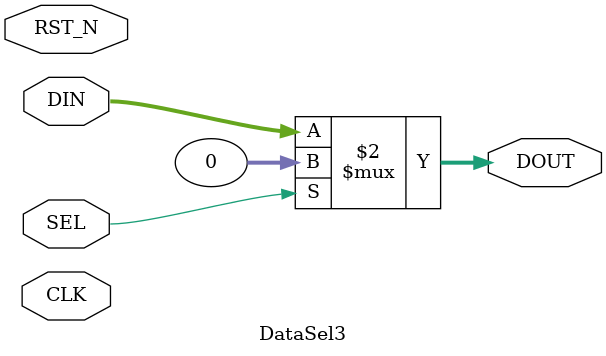
<source format=v>
/*
 * 9つの入力から選択する回路
 */
module DataSel3
  (
   input         RST_N,
   input         CLK,

   input         SEL,

   input [31:0]  DIN,
   output [31:0] DOUT
   );

   reg           buf_sel;
/*
   always @(posedge CLK or negedge RST_N) begin
      if(!RST_N) begin
         buf_sel <= 1'b0;
      end else begin
         buf_sel <= SEL;
      end
   end
*/
//   assign DOUT[31:0] = (~buf_sel)?DIN[31:0]:32'd0;
   assign DOUT[31:0] = (~SEL)?DIN[31:0]:32'd0;
endmodule

</source>
